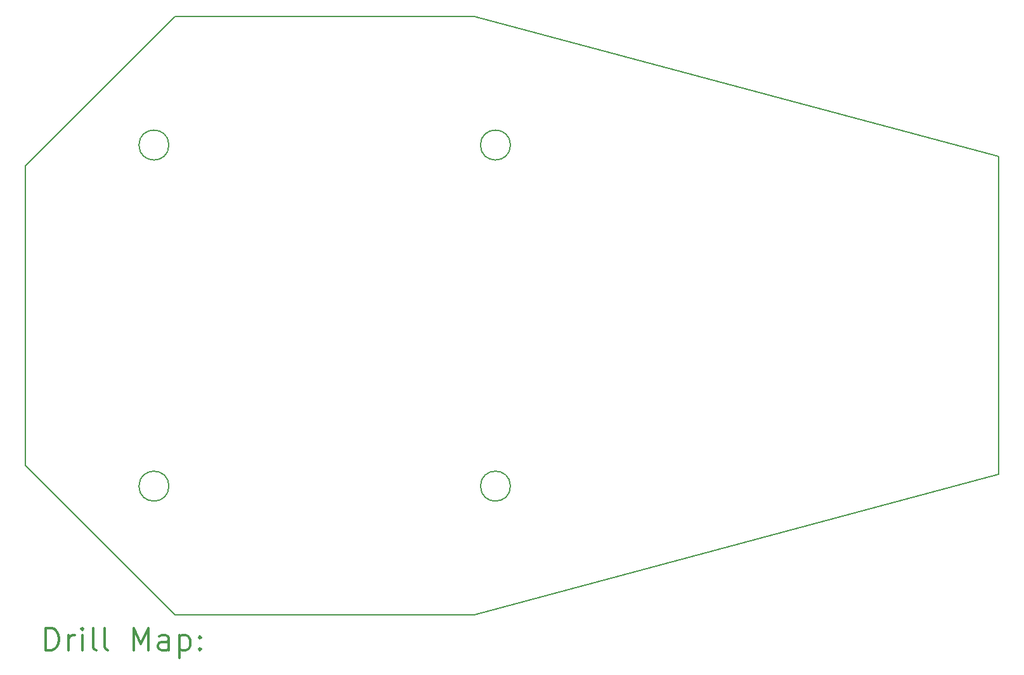
<source format=gbr>
%FSLAX45Y45*%
G04 Gerber Fmt 4.5, Leading zero omitted, Abs format (unit mm)*
G04 Created by KiCad (PCBNEW 5.1.10) date 2021-07-31 20:31:48*
%MOMM*%
%LPD*%
G01*
G04 APERTURE LIST*
%TA.AperFunction,Profile*%
%ADD10C,0.200000*%
%TD*%
%ADD11C,0.200000*%
%ADD12C,0.300000*%
G04 APERTURE END LIST*
D10*
X12976700Y-11861300D02*
G75*
G03*
X12976700Y-11861300I-200000J0D01*
G01*
X12976700Y-7300500D02*
G75*
G03*
X12976700Y-7300500I-200000J0D01*
G01*
X17537500Y-7300500D02*
G75*
G03*
X17537500Y-7300500I-200000J0D01*
G01*
X17537500Y-11861300D02*
G75*
G03*
X17537500Y-11861300I-200000J0D01*
G01*
X13057100Y-5580900D02*
X11057100Y-7580900D01*
X11057100Y-7580900D02*
X11057100Y-11580900D01*
X11057100Y-11580900D02*
X13057100Y-13580900D01*
X17057100Y-13580900D02*
X24057100Y-11705200D01*
X24057100Y-11705200D02*
X24057100Y-7456500D01*
X24057100Y-7456500D02*
X17057100Y-5580900D01*
X17057100Y-5580900D02*
X13057100Y-5580900D01*
X13057100Y-13580900D02*
X17057100Y-13580900D01*
D11*
D12*
X11333528Y-14056614D02*
X11333528Y-13756614D01*
X11404957Y-13756614D01*
X11447814Y-13770900D01*
X11476386Y-13799471D01*
X11490671Y-13828043D01*
X11504957Y-13885186D01*
X11504957Y-13928043D01*
X11490671Y-13985186D01*
X11476386Y-14013757D01*
X11447814Y-14042329D01*
X11404957Y-14056614D01*
X11333528Y-14056614D01*
X11633528Y-14056614D02*
X11633528Y-13856614D01*
X11633528Y-13913757D02*
X11647814Y-13885186D01*
X11662100Y-13870900D01*
X11690671Y-13856614D01*
X11719243Y-13856614D01*
X11819243Y-14056614D02*
X11819243Y-13856614D01*
X11819243Y-13756614D02*
X11804957Y-13770900D01*
X11819243Y-13785186D01*
X11833528Y-13770900D01*
X11819243Y-13756614D01*
X11819243Y-13785186D01*
X12004957Y-14056614D02*
X11976386Y-14042329D01*
X11962100Y-14013757D01*
X11962100Y-13756614D01*
X12162100Y-14056614D02*
X12133528Y-14042329D01*
X12119243Y-14013757D01*
X12119243Y-13756614D01*
X12504957Y-14056614D02*
X12504957Y-13756614D01*
X12604957Y-13970900D01*
X12704957Y-13756614D01*
X12704957Y-14056614D01*
X12976386Y-14056614D02*
X12976386Y-13899471D01*
X12962100Y-13870900D01*
X12933528Y-13856614D01*
X12876386Y-13856614D01*
X12847814Y-13870900D01*
X12976386Y-14042329D02*
X12947814Y-14056614D01*
X12876386Y-14056614D01*
X12847814Y-14042329D01*
X12833528Y-14013757D01*
X12833528Y-13985186D01*
X12847814Y-13956614D01*
X12876386Y-13942329D01*
X12947814Y-13942329D01*
X12976386Y-13928043D01*
X13119243Y-13856614D02*
X13119243Y-14156614D01*
X13119243Y-13870900D02*
X13147814Y-13856614D01*
X13204957Y-13856614D01*
X13233528Y-13870900D01*
X13247814Y-13885186D01*
X13262100Y-13913757D01*
X13262100Y-13999471D01*
X13247814Y-14028043D01*
X13233528Y-14042329D01*
X13204957Y-14056614D01*
X13147814Y-14056614D01*
X13119243Y-14042329D01*
X13390671Y-14028043D02*
X13404957Y-14042329D01*
X13390671Y-14056614D01*
X13376386Y-14042329D01*
X13390671Y-14028043D01*
X13390671Y-14056614D01*
X13390671Y-13870900D02*
X13404957Y-13885186D01*
X13390671Y-13899471D01*
X13376386Y-13885186D01*
X13390671Y-13870900D01*
X13390671Y-13899471D01*
M02*

</source>
